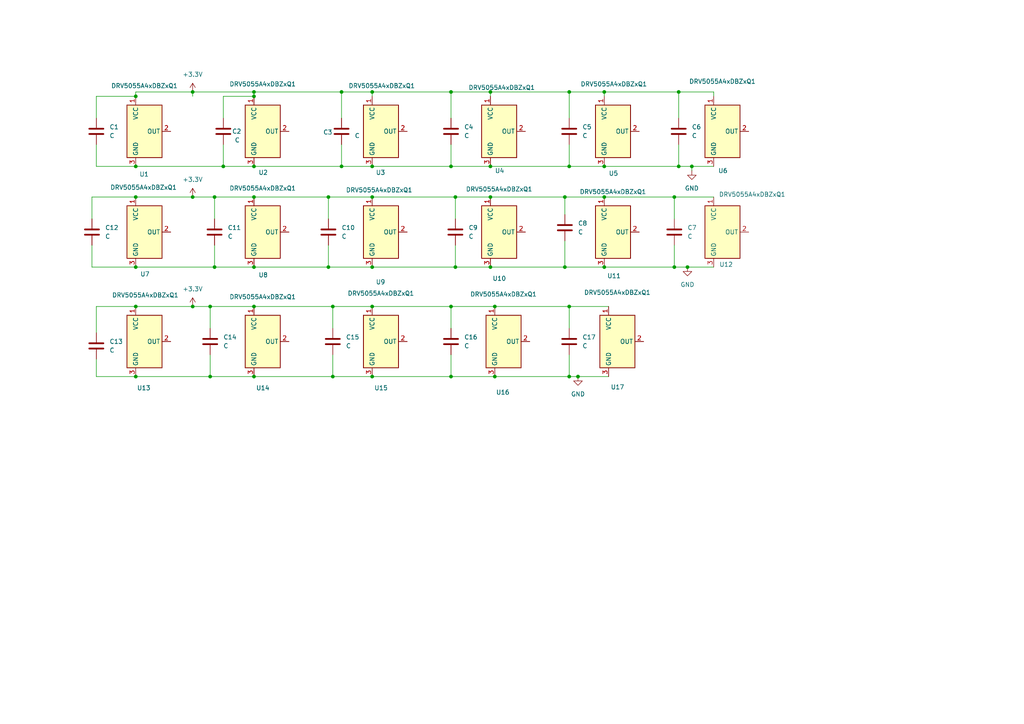
<source format=kicad_sch>
(kicad_sch (version 20231120) (generator "eeschema") (generator_version "8.0")
  (paper "A4")
  (lib_symbols
    (symbol "Device:C" (pin_numbers hide) (pin_names (offset 0.254))
      (property "Reference" "C" (at 0.635 2.54 0))
      (property "Value" "C" (at 0.635 -2.54 0))
      (symbol "C_0_1"
        (polyline (pts (xy -2.032 -0.762) (xy 2.032 -0.762)) (stroke (width 0.508)))
        (polyline (pts (xy -2.032 0.762) (xy 2.032 0.762)) (stroke (width 0.508)))
      )
      (symbol "C_1_1"
        (pin passive line (at 0 3.81 270) (length 2.794) (name "~") (number "1"))
        (pin passive line (at 0 -3.81 90) (length 2.794) (name "~") (number "2"))
      )
    )
    (symbol "Sensor_Magnetic:DRV5055A4xDBZxQ1"
      (property "Reference" "U" (at 2.54 12.7 0))
      (property "Value" "DRV5055A4xDBZxQ1" (at 2.54 10.16 0))
      (symbol "DRV5055A4xDBZxQ1_1_1"
        (rectangle (start -5.08 7.62) (end 5.08 -7.62) (stroke (width 0.254)) (fill (type background)))
        (pin power_in line (at -2.54 10.16 270) (length 2.54) (name "VCC") (number "1"))
        (pin output line (at 7.62 0 180) (length 2.54) (name "OUT") (number "2"))
        (pin power_in line (at -2.54 -10.16 90) (length 2.54) (name "GND") (number "3"))
      )
    )
    (symbol "power:+3.3V" (power) (pin_numbers hide) (pin_names (offset 0) hide)
      (property "Value" "+3.3V" (at 0 3.556 0))
      (symbol "+3.3V_0_1"
        (polyline (pts (xy -0.762 1.27) (xy 0 2.54)))
        (polyline (pts (xy 0 0) (xy 0 2.54)))
        (polyline (pts (xy 0 2.54) (xy 0.762 1.27)))
      )
      (symbol "+3.3V_1_1"
        (pin power_in line (at 0 0 90) (length 0) (name "~") (number "1"))
      )
    )
    (symbol "power:GND" (power) (pin_numbers hide) (pin_names (offset 0) hide)
      (property "Value" "GND" (at 0 -3.81 0))
      (symbol "GND_0_1"
        (polyline (pts (xy 0 0) (xy 0 -1.27) (xy 1.27 -1.27) (xy 0 -2.54) (xy -1.27 -1.27) (xy 0 -1.27)))
      )
      (symbol "GND_1_1"
        (pin power_in line (at 0 0 270) (length 0) (name "~") (number "1"))
      )
    )
  )
  (junction (at 163.83 57.15))
  (junction (at 107.95 109.22))
  (junction (at 130.81 88.9))
  (junction (at 142.24 48.26))
  (junction (at 107.95 88.9))
  (junction (at 96.52 109.22))
  (junction (at 39.37 57.15))
  (junction (at 62.23 57.15))
  (junction (at 73.66 48.26))
  (junction (at 73.66 27.94))
  (junction (at 107.95 26.67))
  (junction (at 55.88 88.9))
  (junction (at 199.39 77.47))
  (junction (at 143.51 88.9))
  (junction (at 142.24 26.67))
  (junction (at 143.51 109.22))
  (junction (at 196.85 48.26))
  (junction (at 107.95 77.47))
  (junction (at 95.25 57.15))
  (junction (at 60.96 88.9))
  (junction (at 55.88 26.67))
  (junction (at 99.06 26.67))
  (junction (at 132.08 57.15))
  (junction (at 175.26 77.47))
  (junction (at 175.26 57.15))
  (junction (at 142.24 57.15))
  (junction (at 95.25 77.47))
  (junction (at 96.52 88.9))
  (junction (at 175.26 26.67))
  (junction (at 196.85 26.67))
  (junction (at 175.26 48.26))
  (junction (at 165.1 109.22))
  (junction (at 73.66 88.9))
  (junction (at 55.88 57.15))
  (junction (at 73.66 57.15))
  (junction (at 167.64 109.22))
  (junction (at 130.81 109.22))
  (junction (at 60.96 109.22))
  (junction (at 73.66 77.47))
  (junction (at 64.77 48.26))
  (junction (at 39.37 77.47))
  (junction (at 163.83 77.47))
  (junction (at 200.66 48.26))
  (junction (at 107.95 57.15))
  (junction (at 73.66 109.22))
  (junction (at 73.66 26.67))
  (junction (at 39.37 88.9))
  (junction (at 39.37 27.94))
  (junction (at 195.58 77.47))
  (junction (at 195.58 57.15))
  (junction (at 130.81 48.26))
  (junction (at 39.37 109.22))
  (junction (at 107.95 48.26))
  (junction (at 62.23 77.47))
  (junction (at 165.1 26.67))
  (junction (at 39.37 48.26))
  (junction (at 99.06 48.26))
  (junction (at 165.1 88.9))
  (junction (at 132.08 77.47))
  (junction (at 165.1 48.26))
  (junction (at 142.24 77.47))
  (junction (at 130.81 26.67))
  (wire (pts (xy 142.24 48.26) (xy 165.1 48.26)))
  (wire (pts (xy 107.95 26.67) (xy 107.95 27.94)))
  (wire (pts (xy 107.95 109.22) (xy 130.81 109.22)))
  (wire (pts (xy 99.06 34.29) (xy 99.06 26.67)))
  (wire (pts (xy 165.1 109.22) (xy 167.64 109.22)))
  (wire (pts (xy 64.77 34.29) (xy 64.77 27.94)))
  (wire (pts (xy 130.81 41.91) (xy 130.81 48.26)))
  (wire (pts (xy 165.1 102.87) (xy 165.1 109.22)))
  (wire (pts (xy 165.1 95.25) (xy 165.1 88.9)))
  (wire (pts (xy 200.66 49.53) (xy 200.66 48.26)))
  (wire (pts (xy 163.83 57.15) (xy 163.83 62.23)))
  (wire (pts (xy 60.96 88.9) (xy 73.66 88.9)))
  (wire (pts (xy 207.01 26.67) (xy 207.01 27.94)))
  (wire (pts (xy 195.58 71.12) (xy 195.58 77.47)))
  (wire (pts (xy 130.81 88.9) (xy 130.81 95.25)))
  (wire (pts (xy 39.37 109.22) (xy 60.96 109.22)))
  (wire (pts (xy 99.06 26.67) (xy 107.95 26.67)))
  (wire (pts (xy 26.67 71.12) (xy 26.67 77.47)))
  (wire (pts (xy 132.08 57.15) (xy 132.08 63.5)))
  (wire (pts (xy 107.95 77.47) (xy 132.08 77.47)))
  (wire (pts (xy 27.94 104.14) (xy 27.94 109.22)))
  (wire (pts (xy 27.94 88.9) (xy 39.37 88.9)))
  (wire (pts (xy 55.88 26.67) (xy 55.88 27.94)))
  (wire (pts (xy 60.96 102.87) (xy 60.96 109.22)))
  (wire (pts (xy 73.66 77.47) (xy 95.25 77.47)))
  (wire (pts (xy 96.52 102.87) (xy 96.52 109.22)))
  (wire (pts (xy 130.81 26.67) (xy 142.24 26.67)))
  (wire (pts (xy 39.37 26.67) (xy 39.37 27.94)))
  (wire (pts (xy 62.23 77.47) (xy 73.66 77.47)))
  (wire (pts (xy 132.08 71.12) (xy 132.08 77.47)))
  (wire (pts (xy 175.26 57.15) (xy 195.58 57.15)))
  (wire (pts (xy 96.52 88.9) (xy 96.52 95.25)))
  (wire (pts (xy 64.77 41.91) (xy 64.77 48.26)))
  (wire (pts (xy 95.25 57.15) (xy 107.95 57.15)))
  (wire (pts (xy 132.08 57.15) (xy 142.24 57.15)))
  (wire (pts (xy 99.06 41.91) (xy 99.06 48.26)))
  (wire (pts (xy 73.66 48.26) (xy 99.06 48.26)))
  (wire (pts (xy 142.24 26.67) (xy 142.24 27.94)))
  (wire (pts (xy 95.25 77.47) (xy 107.95 77.47)))
  (wire (pts (xy 27.94 48.26) (xy 39.37 48.26)))
  (wire (pts (xy 96.52 88.9) (xy 107.95 88.9)))
  (wire (pts (xy 95.25 71.12) (xy 95.25 77.47)))
  (wire (pts (xy 55.88 57.15) (xy 62.23 57.15)))
  (wire (pts (xy 195.58 57.15) (xy 207.01 57.15)))
  (wire (pts (xy 195.58 63.5) (xy 195.58 57.15)))
  (wire (pts (xy 175.26 77.47) (xy 195.58 77.47)))
  (wire (pts (xy 60.96 95.25) (xy 60.96 88.9)))
  (wire (pts (xy 132.08 77.47) (xy 142.24 77.47)))
  (wire (pts (xy 163.83 57.15) (xy 175.26 57.15)))
  (wire (pts (xy 130.81 102.87) (xy 130.81 109.22)))
  (wire (pts (xy 27.94 109.22) (xy 39.37 109.22)))
  (wire (pts (xy 130.81 48.26) (xy 142.24 48.26)))
  (wire (pts (xy 39.37 88.9) (xy 55.88 88.9)))
  (wire (pts (xy 27.94 41.91) (xy 27.94 48.26)))
  (wire (pts (xy 73.66 26.67) (xy 73.66 27.94)))
  (wire (pts (xy 163.83 77.47) (xy 175.26 77.47)))
  (wire (pts (xy 196.85 34.29) (xy 196.85 26.67)))
  (wire (pts (xy 165.1 41.91) (xy 165.1 48.26)))
  (wire (pts (xy 27.94 27.94) (xy 39.37 27.94)))
  (wire (pts (xy 39.37 57.15) (xy 55.88 57.15)))
  (wire (pts (xy 26.67 63.5) (xy 26.67 57.15)))
  (wire (pts (xy 60.96 109.22) (xy 73.66 109.22)))
  (wire (pts (xy 95.25 57.15) (xy 95.25 63.5)))
  (wire (pts (xy 165.1 26.67) (xy 175.26 26.67)))
  (wire (pts (xy 107.95 88.9) (xy 130.81 88.9)))
  (wire (pts (xy 62.23 57.15) (xy 73.66 57.15)))
  (wire (pts (xy 143.51 88.9) (xy 165.1 88.9)))
  (wire (pts (xy 55.88 26.67) (xy 73.66 26.67)))
  (wire (pts (xy 142.24 57.15) (xy 163.83 57.15)))
  (wire (pts (xy 200.66 48.26) (xy 207.01 48.26)))
  (wire (pts (xy 73.66 109.22) (xy 96.52 109.22)))
  (wire (pts (xy 39.37 48.26) (xy 64.77 48.26)))
  (wire (pts (xy 130.81 109.22) (xy 143.51 109.22)))
  (wire (pts (xy 107.95 48.26) (xy 130.81 48.26)))
  (wire (pts (xy 64.77 27.94) (xy 73.66 27.94)))
  (wire (pts (xy 96.52 109.22) (xy 107.95 109.22)))
  (wire (pts (xy 165.1 34.29) (xy 165.1 26.67)))
  (wire (pts (xy 99.06 48.26) (xy 107.95 48.26)))
  (wire (pts (xy 62.23 57.15) (xy 62.23 63.5)))
  (wire (pts (xy 107.95 57.15) (xy 132.08 57.15)))
  (wire (pts (xy 73.66 26.67) (xy 99.06 26.67)))
  (wire (pts (xy 163.83 69.85) (xy 163.83 77.47)))
  (wire (pts (xy 165.1 48.26) (xy 175.26 48.26)))
  (wire (pts (xy 196.85 48.26) (xy 200.66 48.26)))
  (wire (pts (xy 39.37 26.67) (xy 55.88 26.67)))
  (wire (pts (xy 73.66 88.9) (xy 96.52 88.9)))
  (wire (pts (xy 130.81 88.9) (xy 143.51 88.9)))
  (wire (pts (xy 64.77 48.26) (xy 73.66 48.26)))
  (wire (pts (xy 26.67 77.47) (xy 39.37 77.47)))
  (wire (pts (xy 27.94 34.29) (xy 27.94 27.94)))
  (wire (pts (xy 142.24 26.67) (xy 165.1 26.67)))
  (wire (pts (xy 175.26 26.67) (xy 196.85 26.67)))
  (wire (pts (xy 26.67 57.15) (xy 39.37 57.15)))
  (wire (pts (xy 167.64 109.22) (xy 176.53 109.22)))
  (wire (pts (xy 195.58 77.47) (xy 199.39 77.47)))
  (wire (pts (xy 143.51 109.22) (xy 165.1 109.22)))
  (wire (pts (xy 199.39 77.47) (xy 207.01 77.47)))
  (wire (pts (xy 175.26 48.26) (xy 196.85 48.26)))
  (wire (pts (xy 165.1 88.9) (xy 176.53 88.9)))
  (wire (pts (xy 175.26 26.67) (xy 175.26 27.94)))
  (wire (pts (xy 39.37 77.47) (xy 62.23 77.47)))
  (wire (pts (xy 107.95 26.67) (xy 130.81 26.67)))
  (wire (pts (xy 142.24 77.47) (xy 163.83 77.47)))
  (wire (pts (xy 196.85 26.67) (xy 207.01 26.67)))
  (wire (pts (xy 55.88 88.9) (xy 60.96 88.9)))
  (wire (pts (xy 73.66 57.15) (xy 95.25 57.15)))
  (wire (pts (xy 27.94 96.52) (xy 27.94 88.9)))
  (wire (pts (xy 62.23 71.12) (xy 62.23 77.47)))
  (wire (pts (xy 130.81 26.67) (xy 130.81 34.29)))
  (wire (pts (xy 196.85 41.91) (xy 196.85 48.26)))
  (symbol (lib_id "Sensor_Magnetic:DRV5055A4xDBZxQ1") (at 144.78 67.31 0) (unit 1)
    (property "Reference" "U10" (at 146.812 80.772 0) (effects (justify right)))
    (property "Value" "DRV5055A4xDBZxQ1" (at 154.432 54.864 0) (effects (justify right)))
    (property "Footprint" "Package_TO_SOT_SMD:SOT-23" (effects (hide yes)))
    (property "Datasheet" "https://www.ti.com/lit/ds/symlink/drv5055-q1.pdf" (effects (hide yes)))
    (property "Description" "12.5 mV/mT,±169-mT, 20-kHz, 3.3/5V, SOT-23" (effects (hide yes)))
  )
  (symbol (lib_id "Device:C") (at 96.52 99.06 0) (unit 1)
    (property "Reference" "C15" (at 100.33 97.7899 0) (effects (justify left)))
    (property "Value" "C" (at 100.33 100.3299 0) (effects (justify left)))
    (property "Description" "Unpolarized capacitor" (effects (hide yes)))
  )
  (symbol (lib_id "Device:C") (at 196.85 38.1 0) (unit 1)
    (property "Reference" "C6" (at 200.66 36.8299 0) (effects (justify left)))
    (property "Value" "C" (at 200.66 39.3699 0) (effects (justify left)))
    (property "Description" "Unpolarized capacitor" (effects (hide yes)))
  )
  (symbol (lib_id "power:+3.3V") (at 55.88 57.15 0) (unit 1)
    (property "Reference" "#PWR05" (effects (hide yes)))
    (property "Value" "+3.3V" (at 55.88 52.07 0))
    (property "Description" "Power symbol creates a global label with name \"+3.3V\"" (effects (hide yes)))
  )
  (symbol (lib_id "Sensor_Magnetic:DRV5055A4xDBZxQ1") (at 146.05 99.06 0) (unit 1)
    (property "Reference" "U16" (at 147.828 113.792 0) (effects (justify right)))
    (property "Value" "DRV5055A4xDBZxQ1" (at 155.702 85.344 0) (effects (justify right)))
    (property "Footprint" "Package_TO_SOT_SMD:SOT-23" (effects (hide yes)))
    (property "Datasheet" "https://www.ti.com/lit/ds/symlink/drv5055-q1.pdf" (effects (hide yes)))
    (property "Description" "12.5 mV/mT,±169-mT, 20-kHz, 3.3/5V, SOT-23" (effects (hide yes)))
  )
  (symbol (lib_id "Sensor_Magnetic:DRV5055A4xDBZxQ1") (at 179.07 99.06 0) (unit 1)
    (property "Reference" "U17" (at 181.102 112.268 0) (effects (justify right)))
    (property "Value" "DRV5055A4xDBZxQ1" (at 188.722 84.836 0) (effects (justify right)))
    (property "Footprint" "Package_TO_SOT_SMD:SOT-23" (effects (hide yes)))
    (property "Datasheet" "https://www.ti.com/lit/ds/symlink/drv5055-q1.pdf" (effects (hide yes)))
    (property "Description" "12.5 mV/mT,±169-mT, 20-kHz, 3.3/5V, SOT-23" (effects (hide yes)))
  )
  (symbol (lib_id "Sensor_Magnetic:DRV5055A4xDBZxQ1") (at 144.78 38.1 0) (unit 1)
    (property "Reference" "U4" (at 146.304 49.53 0) (effects (justify right)))
    (property "Value" "DRV5055A4xDBZxQ1" (at 155.194 25.4 0) (effects (justify right)))
    (property "Footprint" "Package_TO_SOT_SMD:SOT-23" (effects (hide yes)))
    (property "Datasheet" "https://www.ti.com/lit/ds/symlink/drv5055-q1.pdf" (effects (hide yes)))
    (property "Description" "12.5 mV/mT,±169-mT, 20-kHz, 3.3/5V, SOT-23" (effects (hide yes)))
  )
  (symbol (lib_id "Sensor_Magnetic:DRV5055A4xDBZxQ1") (at 110.49 67.31 0) (unit 1)
    (property "Reference" "U9" (at 111.76 81.788 0) (effects (justify right)))
    (property "Value" "DRV5055A4xDBZxQ1" (at 119.634 55.118 0) (effects (justify right)))
    (property "Footprint" "Package_TO_SOT_SMD:SOT-23" (effects (hide yes)))
    (property "Datasheet" "https://www.ti.com/lit/ds/symlink/drv5055-q1.pdf" (effects (hide yes)))
    (property "Description" "12.5 mV/mT,±169-mT, 20-kHz, 3.3/5V, SOT-23" (effects (hide yes)))
  )
  (symbol (lib_id "Device:C") (at 27.94 100.33 0) (unit 1)
    (property "Reference" "C13" (at 31.75 99.0599 0) (effects (justify left)))
    (property "Value" "C" (at 31.75 101.5999 0) (effects (justify left)))
    (property "Description" "Unpolarized capacitor" (effects (hide yes)))
  )
  (symbol (lib_id "Sensor_Magnetic:DRV5055A4xDBZxQ1") (at 177.8 38.1 0) (unit 1)
    (property "Reference" "U5" (at 179.324 50.292 0) (effects (justify right)))
    (property "Value" "DRV5055A4xDBZxQ1" (at 187.706 24.384 0) (effects (justify right)))
    (property "Footprint" "Package_TO_SOT_SMD:SOT-23" (effects (hide yes)))
    (property "Datasheet" "https://www.ti.com/lit/ds/symlink/drv5055-q1.pdf" (effects (hide yes)))
    (property "Description" "12.5 mV/mT,±169-mT, 20-kHz, 3.3/5V, SOT-23" (effects (hide yes)))
  )
  (symbol (lib_id "Sensor_Magnetic:DRV5055A4xDBZxQ1") (at 76.2 67.31 0) (unit 1)
    (property "Reference" "U8" (at 77.724 79.756 0) (effects (justify right)))
    (property "Value" "DRV5055A4xDBZxQ1" (at 85.852 54.61 0) (effects (justify right)))
    (property "Footprint" "Package_TO_SOT_SMD:SOT-23" (effects (hide yes)))
    (property "Datasheet" "https://www.ti.com/lit/ds/symlink/drv5055-q1.pdf" (effects (hide yes)))
    (property "Description" "12.5 mV/mT,±169-mT, 20-kHz, 3.3/5V, SOT-23" (effects (hide yes)))
  )
  (symbol (lib_id "Sensor_Magnetic:DRV5055A4xDBZxQ1") (at 110.49 99.06 0) (unit 1)
    (property "Reference" "U15" (at 112.522 112.522 0) (effects (justify right)))
    (property "Value" "DRV5055A4xDBZxQ1" (at 120.142 85.09 0) (effects (justify right)))
    (property "Footprint" "Package_TO_SOT_SMD:SOT-23" (effects (hide yes)))
    (property "Datasheet" "https://www.ti.com/lit/ds/symlink/drv5055-q1.pdf" (effects (hide yes)))
    (property "Description" "12.5 mV/mT,±169-mT, 20-kHz, 3.3/5V, SOT-23" (effects (hide yes)))
  )
  (symbol (lib_id "Device:C") (at 165.1 38.1 0) (unit 1)
    (property "Reference" "C5" (at 168.91 36.8299 0) (effects (justify left)))
    (property "Value" "C" (at 168.91 39.3699 0) (effects (justify left)))
    (property "Description" "Unpolarized capacitor" (effects (hide yes)))
  )
  (symbol (lib_id "Device:C") (at 195.58 67.31 0) (unit 1)
    (property "Reference" "C7" (at 199.39 66.0399 0) (effects (justify left)))
    (property "Value" "C" (at 199.39 68.5799 0) (effects (justify left)))
    (property "Description" "Unpolarized capacitor" (effects (hide yes)))
  )
  (symbol (lib_id "Device:C") (at 163.83 66.04 0) (unit 1)
    (property "Reference" "C8" (at 167.64 64.7699 0) (effects (justify left)))
    (property "Value" "C" (at 167.64 67.3099 0) (effects (justify left)))
    (property "Description" "Unpolarized capacitor" (effects (hide yes)))
  )
  (symbol (lib_id "Sensor_Magnetic:DRV5055A4xDBZxQ1") (at 41.91 38.1 0) (unit 1)
    (property "Reference" "U1" (at 43.18 50.546 0) (effects (justify right)))
    (property "Value" "DRV5055A4xDBZxQ1" (at 51.562 24.892 0) (effects (justify right)))
    (property "Footprint" "Package_TO_SOT_SMD:SOT-23" (effects (hide yes)))
    (property "Datasheet" "https://www.ti.com/lit/ds/symlink/drv5055-q1.pdf" (effects (hide yes)))
    (property "Description" "12.5 mV/mT,±169-mT, 20-kHz, 3.3/5V, SOT-23" (effects (hide yes)))
  )
  (symbol (lib_id "Sensor_Magnetic:DRV5055A4xDBZxQ1") (at 110.49 38.1 0) (unit 1)
    (property "Reference" "U3" (at 111.76 50.038 0) (effects (justify right)))
    (property "Value" "DRV5055A4xDBZxQ1" (at 120.396 24.892 0) (effects (justify right)))
    (property "Footprint" "Package_TO_SOT_SMD:SOT-23" (effects (hide yes)))
    (property "Datasheet" "https://www.ti.com/lit/ds/symlink/drv5055-q1.pdf" (effects (hide yes)))
    (property "Description" "12.5 mV/mT,±169-mT, 20-kHz, 3.3/5V, SOT-23" (effects (hide yes)))
  )
  (symbol (lib_id "Device:C") (at 26.67 67.31 0) (unit 1)
    (property "Reference" "C12" (at 30.48 66.0399 0) (effects (justify left)))
    (property "Value" "C" (at 30.48 68.5799 0) (effects (justify left)))
    (property "Description" "Unpolarized capacitor" (effects (hide yes)))
  )
  (symbol (lib_id "power:+3.3V") (at 55.88 26.67 0) (unit 1)
    (property "Reference" "#PWR04" (effects (hide yes)))
    (property "Value" "+3.3V" (at 55.88 21.59 0))
    (property "Description" "Power symbol creates a global label with name \"+3.3V\"" (effects (hide yes)))
  )
  (symbol (lib_id "Device:C") (at 64.77 38.1 0) (unit 1)
    (property "Reference" "C2" (at 67.31 38.1 0) (effects (justify left)))
    (property "Value" "C" (at 68.072 40.64 0) (effects (justify left)))
    (property "Description" "Unpolarized capacitor" (effects (hide yes)))
  )
  (symbol (lib_id "Device:C") (at 62.23 67.31 0) (unit 1)
    (property "Reference" "C11" (at 66.04 66.0399 0) (effects (justify left)))
    (property "Value" "C" (at 66.04 68.5799 0) (effects (justify left)))
    (property "Description" "Unpolarized capacitor" (effects (hide yes)))
  )
  (symbol (lib_id "Sensor_Magnetic:DRV5055A4xDBZxQ1") (at 209.55 38.1 0) (unit 1)
    (property "Reference" "U6" (at 211.074 49.53 0) (effects (justify right)))
    (property "Value" "DRV5055A4xDBZxQ1" (at 219.202 23.622 0) (effects (justify right)))
    (property "Footprint" "Package_TO_SOT_SMD:SOT-23" (effects (hide yes)))
    (property "Datasheet" "https://www.ti.com/lit/ds/symlink/drv5055-q1.pdf" (effects (hide yes)))
    (property "Description" "12.5 mV/mT,±169-mT, 20-kHz, 3.3/5V, SOT-23" (effects (hide yes)))
  )
  (symbol (lib_id "Sensor_Magnetic:DRV5055A4xDBZxQ1") (at 41.91 67.31 0) (unit 1)
    (property "Reference" "U7" (at 43.434 79.502 0) (effects (justify right)))
    (property "Value" "DRV5055A4xDBZxQ1" (at 51.308 54.356 0) (effects (justify right)))
    (property "Footprint" "Package_TO_SOT_SMD:SOT-23" (effects (hide yes)))
    (property "Datasheet" "https://www.ti.com/lit/ds/symlink/drv5055-q1.pdf" (effects (hide yes)))
    (property "Description" "12.5 mV/mT,±169-mT, 20-kHz, 3.3/5V, SOT-23" (effects (hide yes)))
  )
  (symbol (lib_id "Sensor_Magnetic:DRV5055A4xDBZxQ1") (at 41.91 99.06 0) (unit 1)
    (property "Reference" "U13" (at 43.688 112.522 0) (effects (justify right)))
    (property "Value" "DRV5055A4xDBZxQ1" (at 51.816 85.598 0) (effects (justify right)))
    (property "Footprint" "Package_TO_SOT_SMD:SOT-23" (effects (hide yes)))
    (property "Datasheet" "https://www.ti.com/lit/ds/symlink/drv5055-q1.pdf" (effects (hide yes)))
    (property "Description" "12.5 mV/mT,±169-mT, 20-kHz, 3.3/5V, SOT-23" (effects (hide yes)))
  )
  (symbol (lib_id "power:GND") (at 200.66 49.53 0) (unit 1)
    (property "Reference" "#PWR01" (effects (hide yes)))
    (property "Value" "GND" (at 200.66 54.61 0))
    (property "Description" "Power symbol creates a global label with name \"GND\" , ground" (effects (hide yes)))
  )
  (symbol (lib_id "Sensor_Magnetic:DRV5055A4xDBZxQ1") (at 76.2 38.1 0) (unit 1)
    (property "Reference" "U2" (at 77.724 50.038 0) (effects (justify right)))
    (property "Value" "DRV5055A4xDBZxQ1" (at 85.852 24.384 0) (effects (justify right)))
    (property "Footprint" "Package_TO_SOT_SMD:SOT-23" (effects (hide yes)))
    (property "Datasheet" "https://www.ti.com/lit/ds/symlink/drv5055-q1.pdf" (effects (hide yes)))
    (property "Description" "12.5 mV/mT,±169-mT, 20-kHz, 3.3/5V, SOT-23" (effects (hide yes)))
  )
  (symbol (lib_id "power:GND") (at 167.64 109.22 0) (unit 1)
    (property "Reference" "#PWR02" (effects (hide yes)))
    (property "Value" "GND" (at 167.64 114.3 0))
    (property "Description" "Power symbol creates a global label with name \"GND\" , ground" (effects (hide yes)))
  )
  (symbol (lib_id "Device:C") (at 95.25 67.31 0) (unit 1)
    (property "Reference" "C10" (at 99.06 66.0399 0) (effects (justify left)))
    (property "Value" "C" (at 99.06 68.5799 0) (effects (justify left)))
    (property "Description" "Unpolarized capacitor" (effects (hide yes)))
  )
  (symbol (lib_id "Sensor_Magnetic:DRV5055A4xDBZxQ1") (at 177.8 67.31 0) (unit 1)
    (property "Reference" "U11" (at 180.086 80.01 0) (effects (justify right)))
    (property "Value" "DRV5055A4xDBZxQ1" (at 187.452 55.626 0) (effects (justify right)))
    (property "Footprint" "Package_TO_SOT_SMD:SOT-23" (effects (hide yes)))
    (property "Datasheet" "https://www.ti.com/lit/ds/symlink/drv5055-q1.pdf" (effects (hide yes)))
    (property "Description" "12.5 mV/mT,±169-mT, 20-kHz, 3.3/5V, SOT-23" (effects (hide yes)))
  )
  (symbol (lib_id "power:GND") (at 199.39 77.47 0) (unit 1)
    (property "Reference" "#PWR03" (effects (hide yes)))
    (property "Value" "GND" (at 199.39 82.55 0))
    (property "Description" "Power symbol creates a global label with name \"GND\" , ground" (effects (hide yes)))
  )
  (symbol (lib_id "Sensor_Magnetic:DRV5055A4xDBZxQ1") (at 209.55 67.31 0) (unit 1)
    (property "Reference" "U12" (at 212.598 76.708 0) (effects (justify right)))
    (property "Value" "DRV5055A4xDBZxQ1" (at 227.838 56.388 0) (effects (justify right)))
    (property "Footprint" "Package_TO_SOT_SMD:SOT-23" (effects (hide yes)))
    (property "Datasheet" "https://www.ti.com/lit/ds/symlink/drv5055-q1.pdf" (effects (hide yes)))
    (property "Description" "12.5 mV/mT,±169-mT, 20-kHz, 3.3/5V, SOT-23" (effects (hide yes)))
  )
  (symbol (lib_id "Device:C") (at 27.94 38.1 0) (unit 1)
    (property "Reference" "C1" (at 31.75 36.8299 0) (effects (justify left)))
    (property "Value" "C" (at 31.75 39.3699 0) (effects (justify left)))
    (property "Description" "Unpolarized capacitor" (effects (hide yes)))
  )
  (symbol (lib_id "Device:C") (at 165.1 99.06 0) (unit 1)
    (property "Reference" "C17" (at 168.91 97.7899 0) (effects (justify left)))
    (property "Value" "C" (at 168.91 100.3299 0) (effects (justify left)))
    (property "Description" "Unpolarized capacitor" (effects (hide yes)))
  )
  (symbol (lib_id "Device:C") (at 130.81 38.1 0) (unit 1)
    (property "Reference" "C4" (at 134.62 36.8299 0) (effects (justify left)))
    (property "Value" "C" (at 134.62 39.3699 0) (effects (justify left)))
    (property "Description" "Unpolarized capacitor" (effects (hide yes)))
  )
  (symbol (lib_id "power:+3.3V") (at 55.88 88.9 0) (unit 1)
    (property "Reference" "#PWR06" (effects (hide yes)))
    (property "Value" "+3.3V" (at 55.88 83.82 0))
    (property "Description" "Power symbol creates a global label with name \"+3.3V\"" (effects (hide yes)))
  )
  (symbol (lib_id "Sensor_Magnetic:DRV5055A4xDBZxQ1") (at 76.2 99.06 0) (unit 1)
    (property "Reference" "U14" (at 78.232 112.522 0) (effects (justify right)))
    (property "Value" "DRV5055A4xDBZxQ1" (at 85.852 86.106 0) (effects (justify right)))
    (property "Footprint" "Package_TO_SOT_SMD:SOT-23" (effects (hide yes)))
    (property "Datasheet" "https://www.ti.com/lit/ds/symlink/drv5055-q1.pdf" (effects (hide yes)))
    (property "Description" "12.5 mV/mT,±169-mT, 20-kHz, 3.3/5V, SOT-23" (effects (hide yes)))
  )
  (symbol (lib_id "Device:C") (at 130.81 99.06 0) (unit 1)
    (property "Reference" "C16" (at 134.62 97.7899 0) (effects (justify left)))
    (property "Value" "C" (at 134.62 100.3299 0) (effects (justify left)))
    (property "Description" "Unpolarized capacitor" (effects (hide yes)))
  )
  (symbol (lib_id "Device:C") (at 60.96 99.06 0) (unit 1)
    (property "Reference" "C14" (at 64.77 97.7899 0) (effects (justify left)))
    (property "Value" "C" (at 64.77 100.3299 0) (effects (justify left)))
    (property "Description" "Unpolarized capacitor" (effects (hide yes)))
  )
  (symbol (lib_id "Device:C") (at 99.06 38.1 0) (unit 1)
    (property "Reference" "C3" (at 93.726 38.354 0) (effects (justify left)))
    (property "Value" "C" (at 102.87 39.3699 0) (effects (justify left)))
    (property "Description" "Unpolarized capacitor" (effects (hide yes)))
  )
  (symbol (lib_id "Device:C") (at 132.08 67.31 0) (unit 1)
    (property "Reference" "C9" (at 135.89 66.0399 0) (effects (justify left)))
    (property "Value" "C" (at 135.89 68.5799 0) (effects (justify left)))
    (property "Description" "Unpolarized capacitor" (effects (hide yes)))
  )
)
</source>
